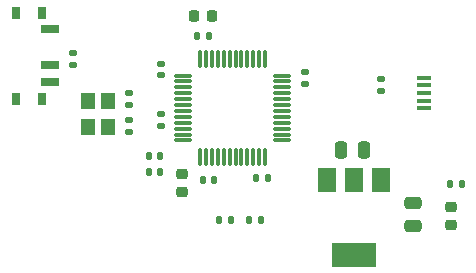
<source format=gbr>
%TF.GenerationSoftware,KiCad,Pcbnew,(6.0.10)*%
%TF.CreationDate,2023-01-15T22:26:48+05:30*%
%TF.ProjectId,Learning_1,4c656172-6e69-46e6-975f-312e6b696361,rev?*%
%TF.SameCoordinates,Original*%
%TF.FileFunction,Paste,Top*%
%TF.FilePolarity,Positive*%
%FSLAX46Y46*%
G04 Gerber Fmt 4.6, Leading zero omitted, Abs format (unit mm)*
G04 Created by KiCad (PCBNEW (6.0.10)) date 2023-01-15 22:26:48*
%MOMM*%
%LPD*%
G01*
G04 APERTURE LIST*
G04 Aperture macros list*
%AMRoundRect*
0 Rectangle with rounded corners*
0 $1 Rounding radius*
0 $2 $3 $4 $5 $6 $7 $8 $9 X,Y pos of 4 corners*
0 Add a 4 corners polygon primitive as box body*
4,1,4,$2,$3,$4,$5,$6,$7,$8,$9,$2,$3,0*
0 Add four circle primitives for the rounded corners*
1,1,$1+$1,$2,$3*
1,1,$1+$1,$4,$5*
1,1,$1+$1,$6,$7*
1,1,$1+$1,$8,$9*
0 Add four rect primitives between the rounded corners*
20,1,$1+$1,$2,$3,$4,$5,0*
20,1,$1+$1,$4,$5,$6,$7,0*
20,1,$1+$1,$6,$7,$8,$9,0*
20,1,$1+$1,$8,$9,$2,$3,0*%
G04 Aperture macros list end*
%ADD10RoundRect,0.140000X0.170000X-0.140000X0.170000X0.140000X-0.170000X0.140000X-0.170000X-0.140000X0*%
%ADD11RoundRect,0.135000X-0.185000X0.135000X-0.185000X-0.135000X0.185000X-0.135000X0.185000X0.135000X0*%
%ADD12RoundRect,0.140000X-0.140000X-0.170000X0.140000X-0.170000X0.140000X0.170000X-0.140000X0.170000X0*%
%ADD13RoundRect,0.135000X-0.135000X-0.185000X0.135000X-0.185000X0.135000X0.185000X-0.135000X0.185000X0*%
%ADD14RoundRect,0.250000X-0.250000X-0.475000X0.250000X-0.475000X0.250000X0.475000X-0.250000X0.475000X0*%
%ADD15RoundRect,0.140000X-0.170000X0.140000X-0.170000X-0.140000X0.170000X-0.140000X0.170000X0.140000X0*%
%ADD16RoundRect,0.225000X-0.225000X-0.250000X0.225000X-0.250000X0.225000X0.250000X-0.225000X0.250000X0*%
%ADD17R,1.300000X0.450000*%
%ADD18RoundRect,0.135000X0.135000X0.185000X-0.135000X0.185000X-0.135000X-0.185000X0.135000X-0.185000X0*%
%ADD19RoundRect,0.250000X0.475000X-0.250000X0.475000X0.250000X-0.475000X0.250000X-0.475000X-0.250000X0*%
%ADD20RoundRect,0.135000X0.185000X-0.135000X0.185000X0.135000X-0.185000X0.135000X-0.185000X-0.135000X0*%
%ADD21RoundRect,0.218750X-0.256250X0.218750X-0.256250X-0.218750X0.256250X-0.218750X0.256250X0.218750X0*%
%ADD22R,1.500000X2.000000*%
%ADD23R,3.800000X2.000000*%
%ADD24R,0.800000X1.000000*%
%ADD25R,1.500000X0.700000*%
%ADD26RoundRect,0.075000X-0.662500X-0.075000X0.662500X-0.075000X0.662500X0.075000X-0.662500X0.075000X0*%
%ADD27RoundRect,0.075000X-0.075000X-0.662500X0.075000X-0.662500X0.075000X0.662500X-0.075000X0.662500X0*%
%ADD28RoundRect,0.218750X0.256250X-0.218750X0.256250X0.218750X-0.256250X0.218750X-0.256250X-0.218750X0*%
%ADD29R,1.200000X1.400000*%
%ADD30RoundRect,0.140000X0.140000X0.170000X-0.140000X0.170000X-0.140000X-0.170000X0.140000X-0.170000X0*%
G04 APERTURE END LIST*
D10*
%TO.C,C3*%
X82800000Y-87380000D03*
X82800000Y-86420000D03*
%TD*%
D11*
%TO.C,R3*%
X101500000Y-87690000D03*
X101500000Y-88710000D03*
%TD*%
D12*
%TO.C,C2*%
X85920000Y-84100000D03*
X86880000Y-84100000D03*
%TD*%
D13*
%TO.C,R2*%
X107290000Y-96600000D03*
X108310000Y-96600000D03*
%TD*%
D14*
%TO.C,C10*%
X98110000Y-93726000D03*
X100010000Y-93726000D03*
%TD*%
D15*
%TO.C,C12*%
X80137000Y-88928000D03*
X80137000Y-89888000D03*
%TD*%
D16*
%TO.C,C1*%
X85625000Y-82400000D03*
X87175000Y-82400000D03*
%TD*%
D17*
%TO.C,J1*%
X105100000Y-90200000D03*
X105100000Y-89550000D03*
X105100000Y-88900000D03*
X105100000Y-88250000D03*
X105100000Y-87600000D03*
%TD*%
D18*
%TO.C,R4*%
X88775000Y-99695000D03*
X87755000Y-99695000D03*
%TD*%
D10*
%TO.C,C13*%
X80137000Y-92174000D03*
X80137000Y-91214000D03*
%TD*%
D19*
%TO.C,C11*%
X104140000Y-100137000D03*
X104140000Y-98237000D03*
%TD*%
D15*
%TO.C,C5*%
X94996000Y-87150000D03*
X94996000Y-88110000D03*
%TD*%
D20*
%TO.C,R1*%
X75400000Y-86510000D03*
X75400000Y-85490000D03*
%TD*%
D10*
%TO.C,C6*%
X82800000Y-91680000D03*
X82800000Y-90720000D03*
%TD*%
D21*
%TO.C,D1*%
X107400000Y-98512500D03*
X107400000Y-100087500D03*
%TD*%
D22*
%TO.C,U1*%
X101487000Y-96291000D03*
D23*
X99187000Y-102591000D03*
D22*
X99187000Y-96291000D03*
X96887000Y-96291000D03*
%TD*%
D24*
%TO.C,SW1*%
X70570000Y-82100000D03*
X72780000Y-82100000D03*
X70570000Y-89400000D03*
X72780000Y-89400000D03*
D25*
X73430000Y-83500000D03*
X73430000Y-86500000D03*
X73430000Y-88000000D03*
%TD*%
D26*
%TO.C,U2*%
X84737500Y-87420000D03*
X84737500Y-87920000D03*
X84737500Y-88420000D03*
X84737500Y-88920000D03*
X84737500Y-89420000D03*
X84737500Y-89920000D03*
X84737500Y-90420000D03*
X84737500Y-90920000D03*
X84737500Y-91420000D03*
X84737500Y-91920000D03*
X84737500Y-92420000D03*
X84737500Y-92920000D03*
D27*
X86150000Y-94332500D03*
X86650000Y-94332500D03*
X87150000Y-94332500D03*
X87650000Y-94332500D03*
X88150000Y-94332500D03*
X88650000Y-94332500D03*
X89150000Y-94332500D03*
X89650000Y-94332500D03*
X90150000Y-94332500D03*
X90650000Y-94332500D03*
X91150000Y-94332500D03*
X91650000Y-94332500D03*
D26*
X93062500Y-92920000D03*
X93062500Y-92420000D03*
X93062500Y-91920000D03*
X93062500Y-91420000D03*
X93062500Y-90920000D03*
X93062500Y-90420000D03*
X93062500Y-89920000D03*
X93062500Y-89420000D03*
X93062500Y-88920000D03*
X93062500Y-88420000D03*
X93062500Y-87920000D03*
X93062500Y-87420000D03*
D27*
X91650000Y-86007500D03*
X91150000Y-86007500D03*
X90650000Y-86007500D03*
X90150000Y-86007500D03*
X89650000Y-86007500D03*
X89150000Y-86007500D03*
X88650000Y-86007500D03*
X88150000Y-86007500D03*
X87650000Y-86007500D03*
X87150000Y-86007500D03*
X86650000Y-86007500D03*
X86150000Y-86007500D03*
%TD*%
D28*
%TO.C,FB1*%
X84582000Y-97307500D03*
X84582000Y-95732500D03*
%TD*%
D12*
%TO.C,C9*%
X86388000Y-96266000D03*
X87348000Y-96266000D03*
%TD*%
D29*
%TO.C,Y1*%
X76620000Y-89578000D03*
X76620000Y-91778000D03*
X78320000Y-91778000D03*
X78320000Y-89578000D03*
%TD*%
D30*
%TO.C,C7*%
X82776000Y-94234000D03*
X81816000Y-94234000D03*
%TD*%
D13*
%TO.C,R5*%
X90295000Y-99695000D03*
X91315000Y-99695000D03*
%TD*%
D30*
%TO.C,C8*%
X82776000Y-95631000D03*
X81816000Y-95631000D03*
%TD*%
%TO.C,C4*%
X91880000Y-96100000D03*
X90920000Y-96100000D03*
%TD*%
M02*

</source>
